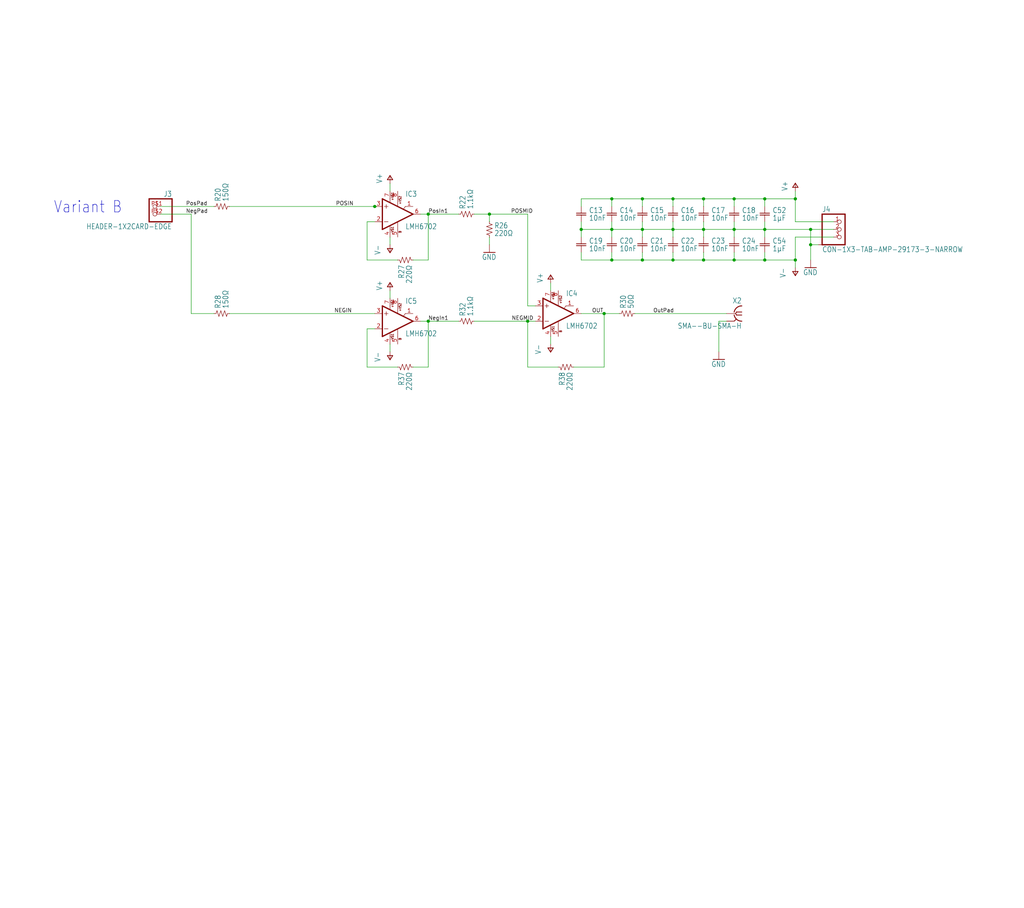
<source format=kicad_sch>
(kicad_sch (version 20211123) (generator eeschema)
  (paper "User" 340.131 301.6)
  (lib_symbols
    (symbol "diff-probe-eagle-import:C-EU-0402-SQUARE"
      (property "Reference" "C" (at 2.54 1.27 0))
      (property "Value" "C-EU-0402-SQUARE" (at 2.54 -1.27 0))
      (symbol "C-EU-0402-SQUARE_1_0"
        (polyline (pts (xy -1.5875 -0.3175) (xy 0 -0.3175)) (stroke (width 0.254)))
        (polyline (pts (xy -1.5875 0.3175) (xy 0 0.3175)) (stroke (width 0.254)))
        (polyline (pts (xy 0 -0.3175) (xy 0 -2.54)) (stroke (width 0.1524)))
        (polyline (pts (xy 0 -0.3175) (xy 1.5875 -0.3175)) (stroke (width 0.254)))
        (polyline (pts (xy 0 0.3175) (xy 1.5875 0.3175)) (stroke (width 0.254)))
        (polyline (pts (xy 0 2.54) (xy 0 0.3175)) (stroke (width 0.1524)))
        (pin passive line (at 0 2.54 270) (length 0) (name "1") (number "P$1"))
        (pin passive line (at 0 -2.54 90) (length 0) (name "2") (number "P$2"))
      )
    )
    (symbol "diff-probe-eagle-import:C-EU-0603"
      (property "Reference" "C" (at 2.54 1.27 0))
      (property "Value" "C-EU-0603" (at 2.54 -1.27 0))
      (symbol "C-EU-0603_1_0"
        (polyline (pts (xy -1.5875 -0.3175) (xy 0 -0.3175)) (stroke (width 0.254)))
        (polyline (pts (xy -1.5875 0.3175) (xy 0 0.3175)) (stroke (width 0.254)))
        (polyline (pts (xy 0 -0.3175) (xy 0 -2.54)) (stroke (width 0.1524)))
        (polyline (pts (xy 0 -0.3175) (xy 1.5875 -0.3175)) (stroke (width 0.254)))
        (polyline (pts (xy 0 0.3175) (xy 1.5875 0.3175)) (stroke (width 0.254)))
        (polyline (pts (xy 0 2.54) (xy 0 0.3175)) (stroke (width 0.1524)))
        (pin passive line (at 0 2.54 270) (length 0) (name "1") (number "1"))
        (pin passive line (at 0 -2.54 90) (length 0) (name "2") (number "2"))
      )
    )
    (symbol "diff-probe-eagle-import:CON-1X3-TAB-AMP-29173-3-NARROW"
      (property "Reference" "J" (at -3.81 0.635 0))
      (property "Value" "CON-1X3-TAB-AMP-29173-3-NARROW" (at -3.81 -12.7 0))
      (symbol "CON-1X3-TAB-AMP-29173-3-NARROW_1_0"
        (polyline (pts (xy -3.81 -10.16) (xy 3.81 -10.16)) (stroke (width 0.4064)))
        (polyline (pts (xy -3.81 0) (xy -3.81 -10.16)) (stroke (width 0.4064)))
        (polyline (pts (xy 3.81 -10.16) (xy 3.81 0)) (stroke (width 0.4064)))
        (polyline (pts (xy 3.81 0) (xy -3.81 0)) (stroke (width 0.4064)))
        (pin passive inverted (at 0 -2.54 0) (length 2.54) (name "1") (number "1"))
        (pin passive inverted (at 0 -5.08 0) (length 2.54) (name "2") (number "2"))
        (pin passive inverted (at 0 -7.62 0) (length 2.54) (name "3") (number "3"))
        (pin bidirectional line (at -5.08 -10.16 0) (length 2.54) (name "P$1") (number "P$4"))
        (pin bidirectional line (at -5.08 -10.16 0) (length 2.54) (name "P$1") (number "P$5"))
      )
    )
    (symbol "diff-probe-eagle-import:GND" (power)
      (property "Value" "GND" (at -2.54 -2.54 0))
      (symbol "GND_1_0"
        (polyline (pts (xy -1.905 0) (xy 1.905 0)) (stroke (width 0.254)))
        (pin power_in line (at 0 2.54 270) (length 2.54) (name "GND") (number "1"))
      )
    )
    (symbol "diff-probe-eagle-import:HEADER-1X2CARD-EDGE"
      (property "Reference" "J" (at -3.81 0.635 0))
      (property "Value" "HEADER-1X2CARD-EDGE" (at -3.81 -10.16 0))
      (symbol "HEADER-1X2CARD-EDGE_1_0"
        (polyline (pts (xy -3.81 -7.62) (xy 3.81 -7.62)) (stroke (width 0.4064)))
        (polyline (pts (xy -3.81 0) (xy -3.81 -7.62)) (stroke (width 0.4064)))
        (polyline (pts (xy 3.81 -7.62) (xy 3.81 0)) (stroke (width 0.4064)))
        (polyline (pts (xy 3.81 0) (xy -3.81 0)) (stroke (width 0.4064)))
        (pin passive inverted (at 0 -2.54 0) (length 2.54) (name "1") (number "P$1"))
        (pin passive inverted (at 0 -5.08 0) (length 2.54) (name "2") (number "P$2"))
      )
    )
    (symbol "diff-probe-eagle-import:OP-AMP-8-TI"
      (property "Reference" "IC" (at 2.54 5.715 0))
      (property "Value" "OP-AMP-8-TI" (at 2.54 -5.08 0))
      (symbol "OP-AMP-8-TI_1_0"
        (polyline (pts (xy -5.08 -5.08) (xy 5.08 0)) (stroke (width 0.4064)))
        (polyline (pts (xy -5.08 5.08) (xy -5.08 -5.08)) (stroke (width 0.4064)))
        (polyline (pts (xy -4.445 -2.54) (xy -3.175 -2.54)) (stroke (width 0.1524)))
        (polyline (pts (xy -4.445 2.54) (xy -3.175 2.54)) (stroke (width 0.1524)))
        (polyline (pts (xy -3.81 3.175) (xy -3.81 1.905)) (stroke (width 0.1524)))
        (polyline (pts (xy -2.54 -3.9116) (xy -2.54 -5.08)) (stroke (width 0.1524)))
        (polyline (pts (xy -2.54 5.08) (xy -2.54 3.8862)) (stroke (width 0.1524)))
        (polyline (pts (xy 0 -2.6162) (xy 0 -5.08)) (stroke (width 0.1524)))
        (polyline (pts (xy 0 5.0546) (xy 0 2.6162)) (stroke (width 0.1524)))
        (polyline (pts (xy 2.54 2.54) (xy 1.905 1.651)) (stroke (width 0.1524)))
        (polyline (pts (xy 5.08 0) (xy -5.08 5.08)) (stroke (width 0.4064)))
        (text "+VS1" (at -1.27 4.445 900) (effects (font (size 0.8128 0.6908)) (justify left bottom)))
        (text "+VS2" (at 1.27 3.175 900) (effects (font (size 0.8128 0.6908)) (justify left bottom)))
        (text "-VS1" (at -1.27 -6.985 900) (effects (font (size 0.8128 0.6908)) (justify left bottom)))
        (text "B" (at 1.27 -6.35 900) (effects (font (size 0.8128 0.6908)) (justify left bottom)))
        (pin bidirectional line (at 5.08 2.54 180) (length 2.54) (name "C") (number "1"))
        (pin input line (at -7.62 -2.54 0) (length 2.54) (name "-IN") (number "2"))
        (pin input line (at -7.62 2.54 0) (length 2.54) (name "+IN") (number "3"))
        (pin power_in line (at -2.54 -7.62 90) (length 2.54) (name "-VS1") (number "4"))
        (pin bidirectional line (at 0 -7.62 90) (length 2.54) (name "-VS2") (number "5"))
        (pin output line (at 7.62 0 180) (length 2.54) (name "OUT") (number "6"))
        (pin power_in line (at -2.54 7.62 270) (length 2.54) (name "+VS1") (number "7"))
        (pin bidirectional line (at 0 7.62 270) (length 2.54) (name "A") (number "8"))
      )
    )
    (symbol "diff-probe-eagle-import:R-US-0402-SQUARE"
      (property "Reference" "R" (at 1.5875 1.27 0))
      (property "Value" "R-US-0402-SQUARE" (at 1.5875 -1.27 0))
      (symbol "R-US-0402-SQUARE_1_0"
        (polyline (pts (xy -0.9525 -1.5875) (xy 0 -1.905)) (stroke (width 0.1524)))
        (polyline (pts (xy -0.9525 -0.3175) (xy 0.9525 -0.9525)) (stroke (width 0.1524)))
        (polyline (pts (xy -0.9525 0.9525) (xy 0.9525 0.3175)) (stroke (width 0.1524)))
        (polyline (pts (xy 0 -1.905) (xy 0 -2.54)) (stroke (width 0.1524)))
        (polyline (pts (xy 0 1.905) (xy 0.9525 1.5875)) (stroke (width 0.1524)))
        (polyline (pts (xy 0 2.54) (xy 0 1.905)) (stroke (width 0.1524)))
        (polyline (pts (xy 0.9525 -0.9525) (xy -0.9525 -1.5875)) (stroke (width 0.1524)))
        (polyline (pts (xy 0.9525 0.3175) (xy -0.9525 -0.3175)) (stroke (width 0.1524)))
        (polyline (pts (xy 0.9525 1.5875) (xy -0.9525 0.9525)) (stroke (width 0.1524)))
        (pin passive line (at 0 2.54 270) (length 0) (name "1") (number "P$1"))
        (pin passive line (at 0 -2.54 90) (length 0) (name "2") (number "P$2"))
      )
    )
    (symbol "diff-probe-eagle-import:SMA--BU-SMA-H"
      (property "Reference" "J" (at -2.54 3.302 0))
      (property "Value" "SMA--BU-SMA-H" (at -2.54 -5.08 0))
      (symbol "SMA--BU-SMA-H_1_0"
        (arc (start -2.54 -2.54) (mid -0.9022 -1.9838) (end 0 -0.508) (stroke (width 0.3048)))
        (polyline (pts (xy -2.54 0.508) (xy -0.762 0.508)) (stroke (width 0.254)))
        (polyline (pts (xy -0.762 -0.508) (xy -2.54 -0.508)) (stroke (width 0.254)))
        (polyline (pts (xy -0.762 0.508) (xy -0.508 0)) (stroke (width 0.254)))
        (polyline (pts (xy -0.508 0) (xy -0.762 -0.508)) (stroke (width 0.254)))
        (polyline (pts (xy 0 -2.54) (xy -0.762 -1.778)) (stroke (width 0.254)))
        (polyline (pts (xy 0 0) (xy -0.508 0)) (stroke (width 0.1524)))
        (arc (start 0 0.508) (mid -0.9022 1.9838) (end -2.54 2.54) (stroke (width 0.3048)))
        (pin passive line (at 2.54 0 180) (length 2.54) (name "1") (number "1"))
        (pin passive line (at 2.54 -2.54 180) (length 2.54) (name "2") (number "2"))
        (pin passive line (at 2.54 -2.54 180) (length 2.54) (name "2") (number "3"))
        (pin passive line (at 2.54 -2.54 180) (length 2.54) (name "2") (number "4"))
        (pin passive line (at 2.54 -2.54 180) (length 2.54) (name "2") (number "5"))
      )
    )
    (symbol "diff-probe-eagle-import:V+" (power)
      (property "Value" "V+" (at -2.54 -2.54 90))
      (symbol "V+_1_0"
        (polyline (pts (xy -0.889 -1.27) (xy 0.889 -1.27)) (stroke (width 0.254)))
        (polyline (pts (xy 0 0.127) (xy -0.889 -1.27)) (stroke (width 0.254)))
        (polyline (pts (xy 0.889 -1.27) (xy 0 0.127)) (stroke (width 0.254)))
        (pin power_in line (at 0 -2.54 90) (length 2.54) (name "V+") (number "1"))
      )
    )
    (symbol "diff-probe-eagle-import:V-" (power)
      (property "Value" "V-" (at -5.08 2.54 90))
      (symbol "V-_1_0"
        (polyline (pts (xy -0.889 1.27) (xy 0 -0.127)) (stroke (width 0.254)))
        (polyline (pts (xy -0.889 1.27) (xy 0.889 1.27)) (stroke (width 0.254)))
        (polyline (pts (xy 0 -0.127) (xy 0.889 1.27)) (stroke (width 0.254)))
        (pin power_in line (at 0 2.54 270) (length 2.54) (name "V-") (number "1"))
      )
    )
  )
  (junction (at 269.24 81.28))
  (junction (at 254 66.04))
  (junction (at 162.56 71.12))
  (junction (at 264.16 86.36))
  (junction (at 243.84 66.04))
  (junction (at 233.68 76.2))
  (junction (at 203.2 66.04))
  (junction (at 254 86.36))
  (junction (at 264.16 66.04))
  (junction (at 142.24 106.68))
  (junction (at 243.84 86.36))
  (junction (at 142.24 71.12))
  (junction (at 175.26 106.68))
  (junction (at 203.2 86.36))
  (junction (at 124.46 68.58))
  (junction (at 233.68 86.36))
  (junction (at 213.36 76.2))
  (junction (at 233.68 66.04))
  (junction (at 213.36 66.04))
  (junction (at 193.04 76.2))
  (junction (at 254 76.2))
  (junction (at 203.2 76.2))
  (junction (at 223.52 86.36))
  (junction (at 269.24 76.2))
  (junction (at 223.52 66.04))
  (junction (at 223.52 76.2))
  (junction (at 200.66 104.14))
  (junction (at 243.84 76.2))
  (junction (at 213.36 86.36))
  (wire (pts (xy 203.2 76.2) (xy 203.2 73.66)))
  (wire (pts (xy 157.48 106.68) (xy 175.26 106.68)))
  (wire (pts (xy 233.68 76.2) (xy 233.68 73.66)))
  (wire (pts (xy 129.54 114.3) (xy 129.54 116.84)))
  (wire (pts (xy 129.54 99.06) (xy 129.54 96.52)))
  (wire (pts (xy 264.16 66.04) (xy 264.16 63.5)))
  (wire (pts (xy 213.36 78.74) (xy 213.36 76.2)))
  (wire (pts (xy 254 68.58) (xy 254 66.04)))
  (wire (pts (xy 190.5 121.92) (xy 200.66 121.92)))
  (wire (pts (xy 238.76 116.84) (xy 238.76 106.68)))
  (wire (pts (xy 264.16 88.9) (xy 264.16 86.36)))
  (wire (pts (xy 63.5 104.14) (xy 71.12 104.14)))
  (wire (pts (xy 213.36 76.2) (xy 223.52 76.2)))
  (wire (pts (xy 276.86 73.66) (xy 264.16 73.66)))
  (wire (pts (xy 139.7 71.12) (xy 142.24 71.12)))
  (wire (pts (xy 152.4 106.68) (xy 142.24 106.68)))
  (wire (pts (xy 53.34 71.12) (xy 63.5 71.12)))
  (wire (pts (xy 142.24 106.68) (xy 139.7 106.68)))
  (wire (pts (xy 124.46 68.58) (xy 125.095 68.58)))
  (wire (pts (xy 203.2 68.58) (xy 203.2 66.04)))
  (wire (pts (xy 175.26 121.92) (xy 175.26 106.68)))
  (wire (pts (xy 193.04 78.74) (xy 193.04 76.2)))
  (wire (pts (xy 162.56 78.74) (xy 162.56 81.28)))
  (wire (pts (xy 193.04 66.04) (xy 203.2 66.04)))
  (wire (pts (xy 233.68 76.2) (xy 243.84 76.2)))
  (wire (pts (xy 238.76 106.68) (xy 241.3 106.68)))
  (wire (pts (xy 243.84 68.58) (xy 243.84 66.04)))
  (wire (pts (xy 271.78 81.28) (xy 269.24 81.28)))
  (wire (pts (xy 137.16 121.92) (xy 142.24 121.92)))
  (wire (pts (xy 243.84 76.2) (xy 254 76.2)))
  (wire (pts (xy 269.24 86.36) (xy 269.24 81.28)))
  (wire (pts (xy 213.36 86.36) (xy 223.52 86.36)))
  (wire (pts (xy 213.36 83.82) (xy 213.36 86.36)))
  (wire (pts (xy 223.52 76.2) (xy 223.52 78.74)))
  (wire (pts (xy 233.68 78.74) (xy 233.68 76.2)))
  (wire (pts (xy 269.24 81.28) (xy 269.24 76.2)))
  (wire (pts (xy 137.16 86.36) (xy 142.24 86.36)))
  (wire (pts (xy 213.36 66.04) (xy 223.52 66.04)))
  (wire (pts (xy 243.84 86.36) (xy 254 86.36)))
  (wire (pts (xy 185.42 121.92) (xy 175.26 121.92)))
  (wire (pts (xy 223.52 76.2) (xy 233.68 76.2)))
  (wire (pts (xy 223.52 86.36) (xy 223.52 83.82)))
  (wire (pts (xy 193.04 104.14) (xy 200.66 104.14)))
  (wire (pts (xy 76.2 104.14) (xy 124.46 104.14)))
  (wire (pts (xy 243.84 66.04) (xy 254 66.04)))
  (wire (pts (xy 121.92 109.22) (xy 124.46 109.22)))
  (wire (pts (xy 142.24 71.12) (xy 152.4 71.12)))
  (wire (pts (xy 193.04 68.58) (xy 193.04 66.04)))
  (wire (pts (xy 142.24 121.92) (xy 142.24 106.68)))
  (wire (pts (xy 121.92 86.36) (xy 121.92 73.66)))
  (wire (pts (xy 121.92 121.92) (xy 121.92 109.22)))
  (wire (pts (xy 254 73.66) (xy 254 76.2)))
  (wire (pts (xy 243.84 76.2) (xy 243.84 78.74)))
  (wire (pts (xy 175.26 106.68) (xy 177.8 106.68)))
  (wire (pts (xy 175.26 101.6) (xy 175.26 71.12)))
  (wire (pts (xy 233.68 86.36) (xy 243.84 86.36)))
  (wire (pts (xy 269.24 76.2) (xy 276.86 76.2)))
  (wire (pts (xy 63.5 71.12) (xy 63.5 104.14)))
  (wire (pts (xy 210.82 104.14) (xy 241.3 104.14)))
  (wire (pts (xy 254 76.2) (xy 269.24 76.2)))
  (wire (pts (xy 254 66.04) (xy 264.16 66.04)))
  (wire (pts (xy 76.2 68.58) (xy 124.46 68.58)))
  (wire (pts (xy 223.52 68.58) (xy 223.52 66.04)))
  (wire (pts (xy 129.54 63.5) (xy 129.54 60.96)))
  (wire (pts (xy 213.36 68.58) (xy 213.36 66.04)))
  (wire (pts (xy 200.66 104.14) (xy 205.74 104.14)))
  (wire (pts (xy 233.68 86.36) (xy 223.52 86.36)))
  (wire (pts (xy 175.26 101.6) (xy 177.8 101.6)))
  (wire (pts (xy 233.68 66.04) (xy 243.84 66.04)))
  (wire (pts (xy 203.2 66.04) (xy 213.36 66.04)))
  (wire (pts (xy 175.26 71.12) (xy 162.56 71.12)))
  (wire (pts (xy 132.08 121.92) (xy 121.92 121.92)))
  (wire (pts (xy 254 78.74) (xy 254 76.2)))
  (wire (pts (xy 243.84 86.36) (xy 243.84 83.82)))
  (wire (pts (xy 254 86.36) (xy 264.16 86.36)))
  (wire (pts (xy 162.56 71.12) (xy 157.48 71.12)))
  (wire (pts (xy 193.04 76.2) (xy 193.04 73.66)))
  (wire (pts (xy 182.88 96.52) (xy 182.88 93.98)))
  (wire (pts (xy 203.2 86.36) (xy 203.2 83.82)))
  (wire (pts (xy 193.04 76.2) (xy 203.2 76.2)))
  (wire (pts (xy 243.84 76.2) (xy 243.84 73.66)))
  (wire (pts (xy 264.16 78.74) (xy 276.86 78.74)))
  (wire (pts (xy 254 83.82) (xy 254 86.36)))
  (wire (pts (xy 203.2 76.2) (xy 203.2 78.74)))
  (wire (pts (xy 264.16 73.66) (xy 264.16 66.04)))
  (wire (pts (xy 200.66 121.92) (xy 200.66 104.14)))
  (wire (pts (xy 223.52 66.04) (xy 233.68 66.04)))
  (wire (pts (xy 213.36 86.36) (xy 203.2 86.36)))
  (wire (pts (xy 53.34 68.58) (xy 71.12 68.58)))
  (wire (pts (xy 162.56 73.66) (xy 162.56 71.12)))
  (wire (pts (xy 233.68 83.82) (xy 233.68 86.36)))
  (wire (pts (xy 132.08 86.36) (xy 121.92 86.36)))
  (wire (pts (xy 264.16 86.36) (xy 264.16 78.74)))
  (wire (pts (xy 203.2 76.2) (xy 213.36 76.2)))
  (wire (pts (xy 193.04 83.82) (xy 193.04 86.36)))
  (wire (pts (xy 129.54 78.74) (xy 129.54 81.28)))
  (wire (pts (xy 213.36 76.2) (xy 213.36 73.66)))
  (wire (pts (xy 182.88 111.76) (xy 182.88 114.3)))
  (wire (pts (xy 121.92 73.66) (xy 124.46 73.66)))
  (wire (pts (xy 142.24 86.36) (xy 142.24 71.12)))
  (wire (pts (xy 223.52 76.2) (xy 223.52 73.66)))
  (wire (pts (xy 193.04 86.36) (xy 203.2 86.36)))
  (wire (pts (xy 233.68 68.58) (xy 233.68 66.04)))
  (text "Variant B" (at 17.78 71.12 180) (effects (font (size 3.81 3.2385)) (justify left bottom)))
  (label "POSMID" (at 169.672 71.12 0))
  (label "NEGIN" (at 110.998 104.14 0))
  (label "OutPad" (at 216.916 104.14 0))
  (label "OUT" (at 196.596 104.14 0))
  (label "PosIn1" (at 142.24 71.12 0))
  (label "NegPad" (at 61.722 71.12 0))
  (label "POSIN" (at 111.506 68.58 0))
  (label "NegIn1" (at 142.24 106.68 0))
  (label "PosPad" (at 61.722 68.58 0))
  (label "NEGMID" (at 169.926 106.68 0))
  (symbol (lib_id "diff-probe-eagle-import:R-US-0402-SQUARE") (at 154.94 106.68 90) (unit 1)
    (property "Reference" "R32" (at 153.67 105.0925 0) (effects (font (size 1.778 1.5113)) (justify left)))
    (property "Value" "1.1kΩ" (at 156.21 105.0925 0) (effects (font (size 1.778 1.5113)) (justify left)))
    (property "Footprint" "Resistor_SMD:R_0402_1005Metric" (effects hide))
    (property "LCSC" "C25860" (effects hide))
  )
  (symbol (lib_id "diff-probe-eagle-import:C-EU-0603") (at 254 71.12 0) (unit 1)
    (property "Reference" "C52" (at 256.54 69.85 0) (effects (font (size 1.778 1.5113)) (justify left)))
    (property "Value" "1µF" (at 256.54 72.39 0) (effects (font (size 1.778 1.5113)) (justify left)))
    (property "Footprint" "Capacitor_SMD:C_0603_1608Metric" (effects hide))
    (property "LCSC" "C52923" (effects hide))
  )
  (symbol (lib_id "diff-probe-eagle-import:V-") (at 182.88 116.84 0) (unit 1)
    (property "Reference" "#P-06" (effects hide))
    (property "Value" "V-" (at 177.8 114.3 90) (effects (font (size 1.778 1.5113)) (justify right top)))
  )
  (symbol (lib_id "diff-probe-eagle-import:C-EU-0402-SQUARE") (at 233.68 81.28 0) (unit 1)
    (property "Reference" "C23" (at 236.22 80.01 0) (effects (font (size 1.778 1.5113)) (justify left)))
    (property "Value" "10nF" (at 236.22 82.55 0) (effects (font (size 1.778 1.5113)) (justify left)))
    (property "Footprint" "Capacitor_SMD:C_0402_1005Metric" (effects hide))
    (property "LCSC" "C15195" (effects hide))
  )
  (symbol (lib_id "diff-probe-eagle-import:C-EU-0402-SQUARE") (at 243.84 71.12 0) (unit 1)
    (property "Reference" "C18" (at 246.38 69.85 0) (effects (font (size 1.778 1.5113)) (justify left)))
    (property "Value" "10nF" (at 246.38 72.39 0) (effects (font (size 1.778 1.5113)) (justify left)))
    (property "Footprint" "Capacitor_SMD:C_0402_1005Metric" (effects hide))
    (property "LCSC" "C15195" (effects hide))
  )
  (symbol (lib_id "diff-probe-eagle-import:C-EU-0402-SQUARE") (at 203.2 81.28 0) (unit 1)
    (property "Reference" "C20" (at 205.74 80.01 0) (effects (font (size 1.778 1.5113)) (justify left)))
    (property "Value" "10nF" (at 205.74 82.55 0) (effects (font (size 1.778 1.5113)) (justify left)))
    (property "Footprint" "Capacitor_SMD:C_0402_1005Metric" (effects hide))
    (property "LCSC" "C15195" (effects hide))
  )
  (symbol (lib_id "diff-probe-eagle-import:R-US-0402-SQUARE") (at 154.94 71.12 90) (unit 1)
    (property "Reference" "R22" (at 153.67 69.5325 0) (effects (font (size 1.778 1.5113)) (justify left)))
    (property "Value" "1.1kΩ" (at 156.21 69.5325 0) (effects (font (size 1.778 1.5113)) (justify left)))
    (property "Footprint" "Resistor_SMD:R_0402_1005Metric" (effects hide))
    (property "LCSC" "C25860" (effects hide))
  )
  (symbol (lib_id "diff-probe-eagle-import:V+") (at 264.16 60.96 0) (unit 1)
    (property "Reference" "#P+05" (effects hide))
    (property "Value" "V+" (at 261.62 63.5 90) (effects (font (size 1.778 1.5113)) (justify left bottom)))
  )
  (symbol (lib_id "diff-probe-eagle-import:OP-AMP-8-TI") (at 185.42 104.14 0) (unit 1)
    (property "Reference" "IC4" (at 187.96 98.425 0) (effects (font (size 1.778 1.5113)) (justify left bottom)))
    (property "Value" "LMH6702" (at 187.96 109.22 0) (effects (font (size 1.778 1.5113)) (justify left bottom)))
    (property "Footprint" "Package_SO:SOIC-8_3.9x4.9mm_P1.27mm" (effects hide))
  )
  (symbol (lib_id "diff-probe-eagle-import:R-US-0402-SQUARE") (at 187.96 121.92 90) (mirror x) (unit 1)
    (property "Reference" "R38" (at 186.69 123.5075 0) (effects (font (size 1.778 1.5113)) (justify left)))
    (property "Value" "220Ω" (at 189.23 123.5075 0) (effects (font (size 1.778 1.5113)) (justify left)))
    (property "Footprint" "Resistor_SMD:R_0402_1005Metric" (effects hide))
    (property "LCSC" "C25091" (effects hide))
  )
  (symbol (lib_id "diff-probe-eagle-import:CON-1X3-TAB-AMP-29173-3-NARROW") (at 276.86 71.12 0) (unit 1)
    (property "Reference" "J4" (at 273.05 70.485 0) (effects (font (size 1.778 1.5113)) (justify left bottom)))
    (property "Value" "CON-1X3-TAB-AMP-29173-3-NARROW" (at 273.05 83.82 0) (effects (font (size 1.778 1.5113)) (justify left bottom)))
    (property "Footprint" "AMP-29173-3-NARROW" (effects hide))
  )
  (symbol (lib_id "diff-probe-eagle-import:V-") (at 129.54 83.82 0) (unit 1)
    (property "Reference" "#P-04" (effects hide))
    (property "Value" "V-" (at 124.46 81.28 90) (effects (font (size 1.778 1.5113)) (justify right top)))
  )
  (symbol (lib_id "diff-probe-eagle-import:V+") (at 182.88 91.44 0) (unit 1)
    (property "Reference" "#P+06" (effects hide))
    (property "Value" "V+" (at 180.34 93.98 90) (effects (font (size 1.778 1.5113)) (justify left bottom)))
  )
  (symbol (lib_id "diff-probe-eagle-import:C-EU-0402-SQUARE") (at 243.84 81.28 0) (unit 1)
    (property "Reference" "C24" (at 246.38 80.01 0) (effects (font (size 1.778 1.5113)) (justify left)))
    (property "Value" "10nF" (at 246.38 82.55 0) (effects (font (size 1.778 1.5113)) (justify left)))
    (property "Footprint" "Capacitor_SMD:C_0402_1005Metric" (effects hide))
    (property "LCSC" "C15195" (effects hide))
  )
  (symbol (lib_id "diff-probe-eagle-import:C-EU-0402-SQUARE") (at 203.2 71.12 0) (unit 1)
    (property "Reference" "C14" (at 205.74 69.85 0) (effects (font (size 1.778 1.5113)) (justify left)))
    (property "Value" "10nF" (at 205.74 72.39 0) (effects (font (size 1.778 1.5113)) (justify left)))
    (property "Footprint" "Capacitor_SMD:C_0402_1005Metric" (effects hide))
    (property "LCSC" "C15195" (effects hide))
  )
  (symbol (lib_id "diff-probe-eagle-import:R-US-0402-SQUARE") (at 73.66 104.14 90) (unit 1)
    (property "Reference" "R28" (at 72.39 102.5525 0) (effects (font (size 1.778 1.5113)) (justify left)))
    (property "Value" "150Ω" (at 74.93 102.5525 0) (effects (font (size 1.778 1.5113)) (justify left)))
    (property "Footprint" "Resistor_SMD:R_0402_1005Metric" (effects hide))
    (property "LCSC" "C25082" (effects hide))
  )
  (symbol (lib_id "diff-probe-eagle-import:C-EU-0402-SQUARE") (at 193.04 71.12 0) (unit 1)
    (property "Reference" "C13" (at 195.58 69.85 0) (effects (font (size 1.778 1.5113)) (justify left)))
    (property "Value" "10nF" (at 195.58 72.39 0) (effects (font (size 1.778 1.5113)) (justify left)))
    (property "Footprint" "Capacitor_SMD:C_0402_1005Metric" (effects hide))
    (property "LCSC" "C15195" (effects hide))
  )
  (symbol (lib_id "diff-probe-eagle-import:HEADER-1X2CARD-EDGE") (at 53.34 66.04 0) (mirror y) (unit 1)
    (property "Reference" "J3" (at 57.15 65.405 0) (effects (font (size 1.778 1.5113)) (justify left bottom)))
    (property "Value" "HEADER-1X2CARD-EDGE" (at 57.15 76.2 0) (effects (font (size 1.778 1.5113)) (justify left bottom)))
    (property "Footprint" "CARD_EDGE_PADS-1X2" (effects hide))
  )
  (symbol (lib_id "diff-probe-eagle-import:C-EU-0402-SQUARE") (at 213.36 81.28 0) (unit 1)
    (property "Reference" "C21" (at 215.9 80.01 0) (effects (font (size 1.778 1.5113)) (justify left)))
    (property "Value" "10nF" (at 215.9 82.55 0) (effects (font (size 1.778 1.5113)) (justify left)))
    (property "Footprint" "Capacitor_SMD:C_0402_1005Metric" (effects hide))
    (property "LCSC" "C15195" (effects hide))
  )
  (symbol (lib_id "diff-probe-eagle-import:V+") (at 129.54 93.98 0) (unit 1)
    (property "Reference" "#P+07" (effects hide))
    (property "Value" "V+" (at 127 96.52 90) (effects (font (size 1.778 1.5113)) (justify left bottom)))
  )
  (symbol (lib_id "diff-probe-eagle-import:GND") (at 162.56 83.82 0) (unit 1)
    (property "Reference" "#GND011" (effects hide))
    (property "Value" "GND" (at 160.02 86.36 0) (effects (font (size 1.778 1.5113)) (justify left bottom)))
  )
  (symbol (lib_id "diff-probe-eagle-import:C-EU-0402-SQUARE") (at 223.52 71.12 0) (unit 1)
    (property "Reference" "C16" (at 226.06 69.85 0) (effects (font (size 1.778 1.5113)) (justify left)))
    (property "Value" "10nF" (at 226.06 72.39 0) (effects (font (size 1.778 1.5113)) (justify left)))
    (property "Footprint" "Capacitor_SMD:C_0402_1005Metric" (effects hide))
    (property "LCSC" "C15195" (effects hide))
  )
  (symbol (lib_id "diff-probe-eagle-import:SMA--BU-SMA-H") (at 243.84 104.14 0) (mirror y) (unit 1)
    (property "Reference" "X2" (at 246.38 100.838 0) (effects (font (size 1.778 1.5113)) (justify left bottom)))
    (property "Value" "SMA--BU-SMA-H" (at 246.38 109.22 0) (effects (font (size 1.778 1.5113)) (justify left bottom)))
    (property "Footprint" "BU-SMA-H" (effects hide))
    (property "LCSC" "C1509230" (effects hide))
  )
  (symbol (lib_id "diff-probe-eagle-import:C-EU-0402-SQUARE") (at 233.68 71.12 0) (unit 1)
    (property "Reference" "C17" (at 236.22 69.85 0) (effects (font (size 1.778 1.5113)) (justify left)))
    (property "Value" "10nF" (at 236.22 72.39 0) (effects (font (size 1.778 1.5113)) (justify left)))
    (property "Footprint" "Capacitor_SMD:C_0402_1005Metric" (effects hide))
    (property "LCSC" "C15195" (effects hide))
  )
  (symbol (lib_id "diff-probe-eagle-import:V-") (at 129.54 119.38 0) (unit 1)
    (property "Reference" "#P-07" (effects hide))
    (property "Value" "V-" (at 124.46 116.84 90) (effects (font (size 1.778 1.5113)) (justify right top)))
  )
  (symbol (lib_id "diff-probe-eagle-import:R-US-0402-SQUARE") (at 208.28 104.14 90) (unit 1)
    (property "Reference" "R30" (at 207.01 102.5525 0) (effects (font (size 1.778 1.5113)) (justify left)))
    (property "Value" "50Ω" (at 209.55 102.5525 0) (effects (font (size 1.778 1.5113)) (justify left)))
    (property "Footprint" "Resistor_SMD:R_0402_1005Metric" (effects hide))
    (property "LCSC" "C477760" (effects hide))
  )
  (symbol (lib_id "diff-probe-eagle-import:C-EU-0402-SQUARE") (at 213.36 71.12 0) (unit 1)
    (property "Reference" "C15" (at 215.9 69.85 0) (effects (font (size 1.778 1.5113)) (justify left)))
    (property "Value" "10nF" (at 215.9 72.39 0) (effects (font (size 1.778 1.5113)) (justify left)))
    (property "Footprint" "Capacitor_SMD:C_0402_1005Metric" (effects hide))
    (property "LCSC" "C15195" (effects hide))
  )
  (symbol (lib_id "diff-probe-eagle-import:R-US-0402-SQUARE") (at 162.56 76.2 0) (unit 1)
    (property "Reference" "R26" (at 164.1475 74.93 0) (effects (font (size 1.778 1.5113)) (justify left)))
    (property "Value" "220Ω" (at 164.1475 77.47 0) (effects (font (size 1.778 1.5113)) (justify left)))
    (property "Footprint" "Resistor_SMD:R_0402_1005Metric" (effects hide))
    (property "LCSC" "C25091" (effects hide))
  )
  (symbol (lib_id "diff-probe-eagle-import:V-") (at 264.16 91.44 0) (unit 1)
    (property "Reference" "#P-05" (effects hide))
    (property "Value" "V-" (at 259.08 88.9 90) (effects (font (size 1.778 1.5113)) (justify right top)))
  )
  (symbol (lib_id "diff-probe-eagle-import:C-EU-0603") (at 254 81.28 0) (unit 1)
    (property "Reference" "C54" (at 256.54 80.01 0) (effects (font (size 1.778 1.5113)) (justify left)))
    (property "Value" "1µF" (at 256.54 82.55 0) (effects (font (size 1.778 1.5113)) (justify left)))
    (property "Footprint" "Capacitor_SMD:C_0603_1608Metric" (effects hide))
    (property "LCSC" "C52923" (effects hide))
  )
  (symbol (lib_id "diff-probe-eagle-import:OP-AMP-8-TI") (at 132.08 106.68 0) (unit 1)
    (property "Reference" "IC5" (at 134.62 100.965 0) (effects (font (size 1.778 1.5113)) (justify left bottom)))
    (property "Value" "LMH6702" (at 134.62 111.76 0) (effects (font (size 1.778 1.5113)) (justify left bottom)))
    (property "Footprint" "Package_SO:SOIC-8_3.9x4.9mm_P1.27mm" (effects hide))
  )
  (symbol (lib_id "diff-probe-eagle-import:GND") (at 269.24 88.9 0) (unit 1)
    (property "Reference" "#GND012" (effects hide))
    (property "Value" "GND" (at 266.7 91.44 0) (effects (font (size 1.778 1.5113)) (justify left bottom)))
  )
  (symbol (lib_id "diff-probe-eagle-import:C-EU-0402-SQUARE") (at 193.04 81.28 0) (unit 1)
    (property "Reference" "C19" (at 195.58 80.01 0) (effects (font (size 1.778 1.5113)) (justify left)))
    (property "Value" "10nF" (at 195.58 82.55 0) (effects (font (size 1.778 1.5113)) (justify left)))
    (property "Footprint" "Capacitor_SMD:C_0402_1005Metric" (effects hide))
    (property "LCSC" "C15195" (effects hide))
  )
  (symbol (lib_id "diff-probe-eagle-import:R-US-0402-SQUARE") (at 73.66 68.58 90) (unit 1)
    (property "Reference" "R20" (at 72.39 66.9925 0) (effects (font (size 1.778 1.5113)) (justify left)))
    (property "Value" "150Ω" (at 74.93 66.9925 0) (effects (font (size 1.778 1.5113)) (justify left)))
    (property "Footprint" "Resistor_SMD:R_0402_1005Metric" (effects hide))
    (property "LCSC" "C25082" (effects hide))
  )
  (symbol (lib_id "diff-probe-eagle-import:GND") (at 238.76 119.38 0) (unit 1)
    (property "Reference" "#GND016" (effects hide))
    (property "Value" "GND" (at 236.22 121.92 0) (effects (font (size 1.778 1.5113)) (justify left bottom)))
  )
  (symbol (lib_id "diff-probe-eagle-import:OP-AMP-8-TI") (at 132.08 71.12 0) (unit 1)
    (property "Reference" "IC3" (at 134.62 65.405 0) (effects (font (size 1.778 1.5113)) (justify left bottom)))
    (property "Value" "LMH6702" (at 134.62 76.2 0) (effects (font (size 1.778 1.5113)) (justify left bottom)))
    (property "Footprint" "Package_SO:SOIC-8_3.9x4.9mm_P1.27mm" (effects hide))
  )
  (symbol (lib_id "diff-probe-eagle-import:C-EU-0402-SQUARE") (at 223.52 81.28 0) (unit 1)
    (property "Reference" "C22" (at 226.06 80.01 0) (effects (font (size 1.778 1.5113)) (justify left)))
    (property "Value" "10nF" (at 226.06 82.55 0) (effects (font (size 1.778 1.5113)) (justify left)))
    (property "Footprint" "Capacitor_SMD:C_0402_1005Metric" (effects hide))
    (property "LCSC" "C15195" (effects hide))
  )
  (symbol (lib_id "diff-probe-eagle-import:V+") (at 129.54 58.42 0) (unit 1)
    (property "Reference" "#P+04" (effects hide))
    (property "Value" "V+" (at 127 60.96 90) (effects (font (size 1.778 1.5113)) (justify left bottom)))
  )
  (symbol (lib_id "diff-probe-eagle-import:R-US-0402-SQUARE") (at 134.62 121.92 90) (mirror x) (unit 1)
    (property "Reference" "R37" (at 133.35 123.5075 0) (effects (font (size 1.778 1.5113)) (justify left)))
    (property "Value" "220Ω" (at 135.89 123.5075 0) (effects (font (size 1.778 1.5113)) (justify left)))
    (property "Footprint" "Resistor_SMD:R_0402_1005Metric" (effects hide))
    (property "LCSC" "C25091" (effects hide))
  )
  (symbol (lib_id "diff-probe-eagle-import:R-US-0402-SQUARE") (at 134.62 86.36 90) (mirror x) (unit 1)
    (property "Reference" "R27" (at 133.35 87.9475 0) (effects (font (size 1.778 1.5113)) (justify left)))
    (property "Value" "220Ω" (at 135.89 87.9475 0) (effects (font (size 1.778 1.5113)) (justify left)))
    (property "Footprint" "Resistor_SMD:R_0402_1005Metric" (effects hide))
    (property "LCSC" "C25091" (effects hide))
  )
)
</source>
